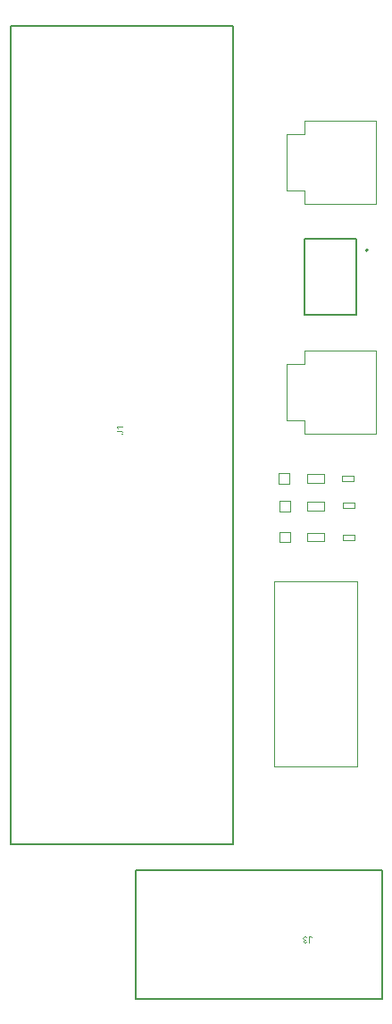
<source format=gbr>
G04*
G04 #@! TF.GenerationSoftware,Altium Limited,Altium Designer,23.10.1 (27)*
G04*
G04 Layer_Color=16711935*
%FSLAX42Y42*%
%MOMM*%
G71*
G04*
G04 #@! TF.SameCoordinates,D788F153-7B32-47A3-9728-DC68925F5BF0*
G04*
G04*
G04 #@! TF.FilePolarity,Positive*
G04*
G01*
G75*
%ADD11C,0.20*%
%ADD13C,0.13*%
%ADD96C,0.10*%
%ADD97C,0.05*%
G36*
X1248Y-4477D02*
X1249Y-4477D01*
X1250Y-4477D01*
X1251Y-4478D01*
X1252Y-4478D01*
X1254Y-4478D01*
X1257Y-4479D01*
X1258Y-4480D01*
X1259Y-4481D01*
X1260Y-4481D01*
X1261Y-4482D01*
X1261Y-4482D01*
X1261Y-4482D01*
X1262Y-4483D01*
X1262Y-4483D01*
X1262Y-4484D01*
X1263Y-4484D01*
X1263Y-4485D01*
X1264Y-4486D01*
X1264Y-4487D01*
X1265Y-4488D01*
X1266Y-4490D01*
X1267Y-4492D01*
X1267Y-4494D01*
X1267Y-4495D01*
X1259Y-4496D01*
Y-4496D01*
X1259Y-4496D01*
X1259Y-4496D01*
X1259Y-4495D01*
X1259Y-4495D01*
X1259Y-4494D01*
X1258Y-4493D01*
X1258Y-4491D01*
X1257Y-4489D01*
X1256Y-4488D01*
X1255Y-4487D01*
X1255Y-4486D01*
X1254Y-4486D01*
X1254Y-4486D01*
X1253Y-4485D01*
X1252Y-4485D01*
X1250Y-4484D01*
X1249Y-4484D01*
X1247Y-4484D01*
X1246D01*
X1246Y-4484D01*
X1245Y-4484D01*
X1244Y-4484D01*
X1242Y-4485D01*
X1241Y-4485D01*
X1239Y-4486D01*
X1238Y-4487D01*
X1237Y-4488D01*
X1237Y-4488D01*
X1236Y-4489D01*
X1236Y-4490D01*
X1235Y-4492D01*
X1234Y-4493D01*
X1234Y-4495D01*
X1234Y-4497D01*
Y-4497D01*
Y-4497D01*
Y-4498D01*
X1234Y-4498D01*
X1234Y-4499D01*
X1234Y-4500D01*
X1235Y-4502D01*
X1235Y-4503D01*
X1236Y-4505D01*
X1237Y-4506D01*
X1238Y-4506D01*
X1238Y-4507D01*
X1239Y-4507D01*
X1240Y-4508D01*
X1241Y-4508D01*
X1243Y-4509D01*
X1244Y-4509D01*
X1246Y-4509D01*
X1247D01*
X1248Y-4509D01*
X1249Y-4509D01*
X1250Y-4509D01*
X1251Y-4509D01*
X1252Y-4509D01*
X1251Y-4516D01*
X1251D01*
X1250Y-4515D01*
X1249D01*
X1248Y-4516D01*
X1247Y-4516D01*
X1245Y-4516D01*
X1244Y-4517D01*
X1242Y-4517D01*
X1241Y-4518D01*
X1241D01*
X1241Y-4518D01*
X1240Y-4519D01*
X1239Y-4519D01*
X1239Y-4520D01*
X1238Y-4521D01*
X1237Y-4523D01*
X1237Y-4524D01*
X1237Y-4525D01*
Y-4526D01*
Y-4526D01*
Y-4526D01*
Y-4527D01*
X1237Y-4528D01*
X1237Y-4529D01*
X1237Y-4530D01*
X1238Y-4531D01*
X1239Y-4532D01*
X1240Y-4533D01*
X1240Y-4533D01*
X1240Y-4534D01*
X1241Y-4534D01*
X1242Y-4535D01*
X1243Y-4535D01*
X1244Y-4536D01*
X1246Y-4536D01*
X1247Y-4536D01*
X1248D01*
X1249Y-4536D01*
X1250Y-4536D01*
X1251Y-4535D01*
X1252Y-4535D01*
X1254Y-4534D01*
X1255Y-4533D01*
X1255Y-4533D01*
X1255Y-4533D01*
X1256Y-4532D01*
X1256Y-4531D01*
X1257Y-4530D01*
X1258Y-4528D01*
X1258Y-4527D01*
X1259Y-4525D01*
X1267Y-4526D01*
Y-4526D01*
X1266Y-4526D01*
X1266Y-4527D01*
X1266Y-4527D01*
X1266Y-4528D01*
X1266Y-4529D01*
X1265Y-4530D01*
X1264Y-4532D01*
X1263Y-4535D01*
X1262Y-4536D01*
X1260Y-4538D01*
X1260Y-4538D01*
X1260Y-4538D01*
X1259Y-4539D01*
X1259Y-4539D01*
X1259Y-4539D01*
X1258Y-4540D01*
X1257Y-4540D01*
X1257Y-4540D01*
X1255Y-4541D01*
X1253Y-4542D01*
X1250Y-4542D01*
X1249Y-4543D01*
X1246D01*
X1245Y-4542D01*
X1244Y-4542D01*
X1243Y-4542D01*
X1241Y-4542D01*
X1239Y-4541D01*
X1238Y-4540D01*
X1238D01*
X1238Y-4540D01*
X1237Y-4540D01*
X1236Y-4539D01*
X1235Y-4539D01*
X1234Y-4538D01*
X1233Y-4537D01*
X1232Y-4536D01*
X1231Y-4534D01*
X1231Y-4534D01*
X1231Y-4534D01*
X1230Y-4533D01*
X1230Y-4532D01*
X1229Y-4530D01*
X1229Y-4529D01*
X1229Y-4527D01*
X1229Y-4526D01*
Y-4526D01*
Y-4525D01*
X1229Y-4524D01*
X1229Y-4523D01*
X1229Y-4522D01*
X1230Y-4521D01*
X1230Y-4520D01*
X1231Y-4518D01*
X1231Y-4518D01*
X1231Y-4518D01*
X1232Y-4517D01*
X1233Y-4516D01*
X1234Y-4516D01*
X1235Y-4515D01*
X1236Y-4514D01*
X1237Y-4513D01*
X1237D01*
X1237Y-4513D01*
X1237Y-4513D01*
X1237Y-4513D01*
X1236Y-4512D01*
X1234Y-4512D01*
X1233Y-4511D01*
X1231Y-4510D01*
X1230Y-4509D01*
X1229Y-4508D01*
X1229Y-4507D01*
X1228Y-4507D01*
X1228Y-4506D01*
X1227Y-4505D01*
X1226Y-4503D01*
X1226Y-4501D01*
X1226Y-4499D01*
X1225Y-4497D01*
Y-4497D01*
Y-4497D01*
Y-4496D01*
X1226Y-4496D01*
X1226Y-4495D01*
X1226Y-4494D01*
X1226Y-4493D01*
X1226Y-4492D01*
X1227Y-4490D01*
X1228Y-4489D01*
X1228Y-4488D01*
X1229Y-4487D01*
X1230Y-4485D01*
X1231Y-4484D01*
X1232Y-4483D01*
X1232Y-4483D01*
X1232Y-4483D01*
X1232Y-4482D01*
X1233Y-4482D01*
X1233Y-4482D01*
X1234Y-4481D01*
X1235Y-4481D01*
X1236Y-4480D01*
X1237Y-4480D01*
X1238Y-4479D01*
X1239Y-4479D01*
X1241Y-4478D01*
X1242Y-4478D01*
X1244Y-4477D01*
X1245Y-4477D01*
X1247Y-4477D01*
X1248D01*
X1248Y-4477D01*
D02*
G37*
G36*
X1297D02*
X1298Y-4477D01*
X1299Y-4477D01*
X1301Y-4478D01*
X1303Y-4478D01*
X1305Y-4479D01*
X1306Y-4480D01*
X1307Y-4480D01*
X1308Y-4481D01*
X1309Y-4482D01*
X1309Y-4482D01*
X1309Y-4482D01*
X1309Y-4483D01*
X1310Y-4483D01*
X1310Y-4483D01*
X1310Y-4484D01*
X1311Y-4485D01*
X1311Y-4486D01*
X1312Y-4487D01*
X1312Y-4488D01*
X1312Y-4489D01*
X1313Y-4490D01*
X1313Y-4491D01*
X1313Y-4493D01*
X1313Y-4495D01*
Y-4496D01*
X1306Y-4497D01*
Y-4497D01*
Y-4497D01*
Y-4497D01*
X1306Y-4496D01*
X1305Y-4496D01*
Y-4495D01*
X1305Y-4493D01*
X1305Y-4492D01*
X1304Y-4490D01*
X1304Y-4489D01*
X1303Y-4488D01*
X1303Y-4487D01*
X1303Y-4487D01*
X1302Y-4487D01*
X1302Y-4487D01*
X1301Y-4486D01*
X1300Y-4486D01*
X1299Y-4485D01*
X1298Y-4485D01*
X1296Y-4485D01*
X1296D01*
X1295Y-4485D01*
X1294Y-4485D01*
X1293Y-4485D01*
X1292Y-4485D01*
X1292Y-4486D01*
X1291Y-4486D01*
X1291Y-4486D01*
X1290Y-4486D01*
X1290Y-4487D01*
X1289Y-4487D01*
X1289Y-4488D01*
X1288Y-4488D01*
X1288Y-4489D01*
X1288Y-4490D01*
Y-4490D01*
X1287Y-4491D01*
X1287Y-4491D01*
X1287Y-4492D01*
X1287Y-4493D01*
X1287Y-4495D01*
X1287Y-4496D01*
Y-4498D01*
Y-4542D01*
X1278D01*
Y-4499D01*
Y-4499D01*
Y-4498D01*
Y-4498D01*
Y-4497D01*
X1278Y-4497D01*
Y-4496D01*
X1278Y-4494D01*
X1279Y-4492D01*
X1279Y-4490D01*
X1279Y-4488D01*
X1280Y-4486D01*
Y-4486D01*
X1280Y-4486D01*
X1280Y-4485D01*
X1281Y-4485D01*
X1282Y-4484D01*
X1283Y-4483D01*
X1284Y-4482D01*
X1285Y-4480D01*
X1286Y-4480D01*
X1286Y-4479D01*
X1287Y-4479D01*
X1288Y-4479D01*
X1289Y-4478D01*
X1291Y-4478D01*
X1292Y-4478D01*
X1294Y-4477D01*
X1296Y-4477D01*
X1297D01*
X1297Y-4477D01*
D02*
G37*
G36*
X-478Y338D02*
X-528D01*
X-528Y338D01*
X-527Y338D01*
X-527Y337D01*
X-526Y336D01*
X-525Y335D01*
X-524Y334D01*
X-523Y333D01*
X-522Y331D01*
Y331D01*
X-522Y331D01*
X-522Y330D01*
X-521Y329D01*
X-521Y328D01*
X-520Y327D01*
X-519Y326D01*
X-519Y324D01*
X-518Y323D01*
X-526D01*
Y323D01*
X-526Y323D01*
X-526Y323D01*
X-526Y324D01*
X-527Y324D01*
X-527Y325D01*
X-528Y327D01*
X-529Y329D01*
X-530Y330D01*
X-532Y332D01*
X-533Y334D01*
X-533Y334D01*
X-533Y334D01*
X-534Y335D01*
X-534Y335D01*
X-535Y336D01*
X-536Y337D01*
X-537Y338D01*
X-539Y339D01*
X-540Y340D01*
X-542Y341D01*
Y346D01*
X-478D01*
Y338D01*
D02*
G37*
G36*
X-496Y306D02*
X-495D01*
X-493Y306D01*
X-491Y306D01*
X-489Y305D01*
X-487Y305D01*
X-485Y304D01*
X-485D01*
X-485Y304D01*
X-485Y304D01*
X-484Y303D01*
X-483Y303D01*
X-482Y302D01*
X-481Y301D01*
X-480Y299D01*
X-479Y298D01*
X-479Y298D01*
X-478Y297D01*
X-478Y296D01*
X-478Y295D01*
X-477Y294D01*
X-477Y292D01*
X-477Y290D01*
X-476Y288D01*
Y287D01*
X-477Y287D01*
X-477Y286D01*
X-477Y285D01*
X-477Y283D01*
X-478Y281D01*
X-479Y279D01*
X-479Y278D01*
X-480Y277D01*
X-480Y276D01*
X-481Y275D01*
X-481Y275D01*
X-481Y275D01*
X-482Y275D01*
X-482Y275D01*
X-483Y274D01*
X-483Y274D01*
X-484Y273D01*
X-485Y273D01*
X-486Y273D01*
X-487Y272D01*
X-488Y272D01*
X-489Y271D01*
X-491Y271D01*
X-492Y271D01*
X-494Y271D01*
X-496D01*
X-497Y279D01*
X-497D01*
X-496D01*
X-496D01*
X-496Y279D01*
X-495Y279D01*
X-494D01*
X-493Y279D01*
X-491Y279D01*
X-489Y280D01*
X-488Y280D01*
X-487Y281D01*
X-487Y281D01*
X-487Y281D01*
X-486Y282D01*
X-486Y282D01*
X-485Y283D01*
X-485Y284D01*
X-485Y285D01*
X-484Y287D01*
X-484Y288D01*
Y289D01*
X-484Y289D01*
X-484Y290D01*
X-484Y291D01*
X-485Y292D01*
X-485Y293D01*
X-485Y294D01*
X-486Y294D01*
X-486Y294D01*
X-486Y294D01*
X-486Y295D01*
X-487Y295D01*
X-488Y296D01*
X-488Y296D01*
X-489Y297D01*
X-490D01*
X-490Y297D01*
X-491Y297D01*
X-491Y297D01*
X-492Y297D01*
X-494Y297D01*
X-496Y298D01*
X-497D01*
X-542D01*
Y306D01*
X-498D01*
X-498D01*
X-498D01*
X-497D01*
X-497D01*
X-496Y306D01*
D02*
G37*
D11*
X1840Y2019D02*
G03*
X1840Y2019I-10J0D01*
G01*
X-365Y-5065D02*
X1975D01*
X-365D02*
Y-3851D01*
X1975D01*
Y-5065D02*
Y-3851D01*
X-1550Y-3604D02*
Y4146D01*
X560D01*
Y-3604D02*
Y4146D01*
X-1550Y-3604D02*
X560D01*
D13*
X1242Y1405D02*
Y2126D01*
Y1405D02*
X1730D01*
Y2126D01*
X1242D02*
X1730D01*
D96*
X952Y-1118D02*
X1740D01*
Y-2870D02*
Y-1118D01*
X952Y-2870D02*
Y-1118D01*
Y-2870D02*
X1740D01*
X1235Y1066D02*
X1915D01*
Y280D02*
Y1066D01*
X1235Y280D02*
X1915D01*
X1065Y941D02*
X1235D01*
X1065Y405D02*
X1235D01*
Y280D02*
Y405D01*
Y941D02*
Y1066D01*
X1065Y405D02*
Y941D01*
X1605Y-726D02*
X1710D01*
X1605Y-671D02*
X1710D01*
Y-726D02*
Y-671D01*
X1605Y-726D02*
Y-671D01*
X1598Y-167D02*
X1703D01*
X1598Y-112D02*
X1703D01*
Y-167D02*
Y-112D01*
X1598Y-167D02*
Y-112D01*
X1605Y-421D02*
X1710D01*
X1605Y-366D02*
X1710D01*
Y-421D02*
Y-366D01*
X1605Y-421D02*
Y-366D01*
X1235Y3243D02*
X1915D01*
Y2457D02*
Y3243D01*
X1235Y2457D02*
X1915D01*
X1065Y3118D02*
X1235D01*
X1065Y2582D02*
X1235D01*
Y2457D02*
Y2582D01*
Y3118D02*
Y3243D01*
X1065Y2582D02*
Y3118D01*
X1424Y-736D02*
Y-656D01*
X1264Y-736D02*
X1424D01*
X1264D02*
Y-656D01*
X1424D01*
X1426Y-180D02*
Y-100D01*
X1266Y-180D02*
X1426D01*
X1266D02*
Y-100D01*
X1426D01*
X1424Y-445D02*
Y-364D01*
X1264Y-445D02*
X1424D01*
X1264D02*
Y-364D01*
X1424D01*
D97*
X1091Y-190D02*
Y-90D01*
X991D02*
X1091D01*
X991Y-190D02*
Y-90D01*
Y-190D02*
X1091D01*
X1104Y-746D02*
Y-646D01*
X1004D02*
X1104D01*
X1004Y-746D02*
Y-646D01*
Y-746D02*
X1104D01*
Y-455D02*
Y-355D01*
X1004D02*
X1104D01*
X1004Y-455D02*
Y-355D01*
Y-455D02*
X1104D01*
M02*

</source>
